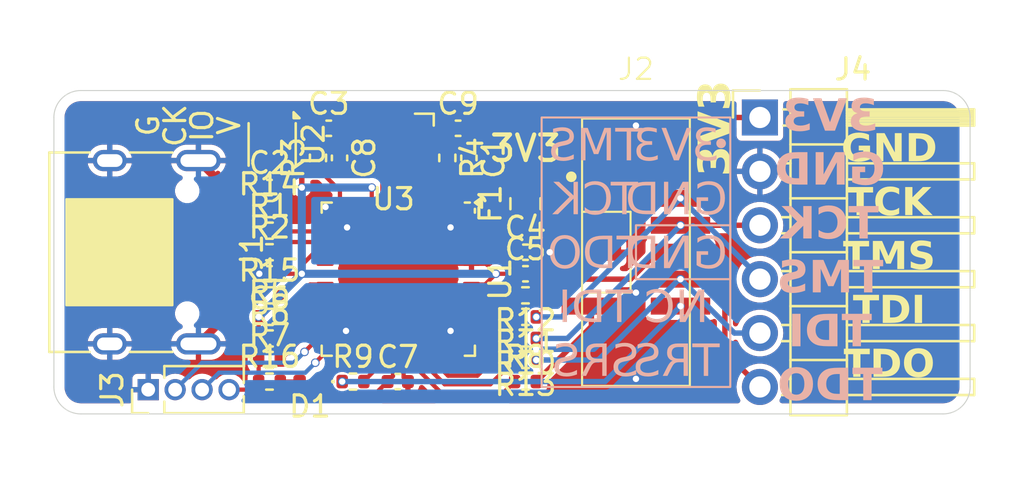
<source format=kicad_pcb>
(kicad_pcb (version 20240108) (generator "pcbnew") (generator_version "8.0")
  (layers (0 "F.Cu" signal) (31 "B.Cu" signal) (34 "B.Paste" user) (35 "F.Paste" user) (36 "B.SilkS" user "B.Silkscreen") (37 "F.SilkS" user "F.Silkscreen") (38 "B.Mask" user) (39 "F.Mask" user) (44 "Edge.Cuts" user))
  (net 0 "")
  (net 1 "Net-(U1-VCL)")
  (net 2 "GND")
  (net 3 "VBUS")
  (net 4 "+3V3")
  (net 5 "/3V3_O")
  (net 6 "/CC2")
  (net 7 "/DNESD")
  (net 8 "/DPESD")
  (net 11 "/CC1")
  (net 12 "Net-(J2-~{RESET})")
  (net 13 "/TCK_O")
  (net 14 "/TDO_O")
  (net 15 "/TMS_O")
  (net 16 "Net-(J2-GNDDetect)")
  (net 17 "/TDI_O")
  (net 18 "/DN")
  (net 19 "/DP")
  (net 20 "Net-(U1-P407)")
  (net 21 "Net-(U1-XCIN)")
  (net 22 "Net-(U1-RES)")
  (net 23 "Net-(U1-P201{slash}MD)")
  (net 24 "Net-(U1-P200)")
  (net 25 "/TRST")
  (net 26 "/SRST")
  (net 27 "/TCK")
  (net 28 "/TMS")
  (net 29 "/TDO")
  (net 30 "/TDI")
  (net 34 "/RXD")
  (net 36 "/SWCLK")
  (net 45 "/SWDIO")
  (net 47 "/EXATL")
  (net 49 "/LED")
  (net 50 "/TXD")
  (net 51 "/XTAL")
  (net 53 "Net-(D1-A)")
  (footprint "Resistor_SMD:R_0402_1005Metric" (layer "F.Cu") (at 116.2292 98.298)
    (property "Reference" "R5" (at 0 -1.17 0) (layer "F.SilkS"))
    (property "Value" "10k")
    (pad "1" smd roundrect (at -0.51 0) (size 0.54 0.64) (layers "F.Cu" "F.Paste" "F.Mask") (net 4 "+3V3"))
    (pad "2" smd roundrect (at 0.51 0) (size 0.54 0.64) (layers "F.Cu" "F.Paste" "F.Mask") (net 22 "Net-(U1-RES)"))
  )
  (footprint "1st_commonly:USB_C_Receptacle_HRO_TYPE-C-31-M-12" (layer "F.Cu") (at 109.7522 95.25 -90)
    (property "Reference" "J1" (at 0 -5.645 90) (layer "F.SilkS"))
    (property "Value" "USB_C_Receptacle_USB2.0_16P")
    (pad "" np_thru_hole circle (at -2.89 -2.6 270) (size 0.5 0.5) (drill 0.65) (layers "F&B.Cu" "*.Mask"))
    (pad "" np_thru_hole circle (at 2.89 -2.6 270) (size 0.5 0.5) (drill 0.65) (layers "F&B.Cu" "*.Mask"))
    (pad "A1" smd rect (at -3.25 -4.045 270) (size 0.6 1.45) (layers "F.Cu" "F.Paste" "F.Mask") (net 2 "GND"))
    (pad "A4" smd rect (at -2.45 -4.045 270) (size 0.6 1.45) (layers "F.Cu" "F.Paste" "F.Mask") (net 3 "VBUS"))
    (pad "A5" smd rect (at -1.25 -4.045 270) (size 0.3 1.45) (layers "F.Cu" "F.Paste" "F.Mask") (net 11 "/CC1"))
    (pad "A6" smd rect (at -0.25 -4.045 270) (size 0.3 1.45) (layers "F.Cu" "F.Paste" "F.Mask") (net 8 "/DPESD"))
    (pad "A7" smd rect (at 0.25 -4.045 270) (size 0.3 1.45) (layers "F.Cu" "F.Paste" "F.Mask") (net 7 "/DNESD"))
    (pad "A8" smd rect (at 1.25 -4.045 270) (size 0.3 1.45) (layers "F.Cu" "F.Paste" "F.Mask"))
    (pad "A9" smd rect (at 2.45 -4.045 270) (size 0.6 1.45) (layers "F.Cu" "F.Paste" "F.Mask") (net 3 "VBUS"))
    (pad "A12" smd rect (at 3.25 -4.045 270) (size 0.6 1.45) (layers "F.Cu" "F.Paste" "F.Mask") (net 2 "GND"))
    (pad "B1" smd rect (at 3.25 -4.045 270) (size 0.6 1.45) (layers "F.Cu" "F.Paste" "F.Mask") (net 2 "GND"))
    (pad "B4" smd rect (at 2.45 -4.045 270) (size 0.6 1.45) (layers "F.Cu" "F.Paste" "F.Mask") (net 3 "VBUS"))
    (pad "B5" smd rect (at 1.75 -4.045 270) (size 0.3 1.45) (layers "F.Cu" "F.Paste" "F.Mask") (net 6 "/CC2"))
    (pad "B6" smd rect (at 0.75 -4.045 270) (size 0.3 1.45) (layers "F.Cu" "F.Paste" "F.Mask") (net 8 "/DPESD"))
    (pad "B7" smd rect (at -0.75 -4.045 270) (size 0.3 1.45) (layers "F.Cu" "F.Paste" "F.Mask") (net 7 "/DNESD"))
    (pad "B8" smd rect (at -1.75 -4.045 270) (size 0.3 1.45) (layers "F.Cu" "F.Paste" "F.Mask"))
    (pad "B9" smd rect (at -2.45 -4.045 270) (size 0.6 1.45) (layers "F.Cu" "F.Paste" "F.Mask") (net 3 "VBUS"))
    (pad "B12" smd rect (at -3.25 -4.045 270) (size 0.6 1.45) (layers "F.Cu" "F.Paste" "F.Mask") (net 2 "GND"))
    (pad "S1" thru_hole oval (at -4.32 -3.13 270) (size 1 2.1) (drill oval 0.6 1.7) (layers "*.Cu" "*.Mask") (net 2 "GND"))
    (pad "S1" thru_hole oval (at -4.32 1.05 270) (size 1 1.6) (drill oval 0.6 1.2) (layers "*.Cu" "*.Mask") (net 2 "GND"))
    (pad "S1" thru_hole oval (at 4.32 -3.13 270) (size 1 2.1) (drill oval 0.6 1.7) (layers "*.Cu" "*.Mask") (net 2 "GND"))
    (pad "S1" thru_hole oval (at 4.32 1.05 270) (size 1 1.6) (drill oval 0.6 1.2) (layers "*.Cu" "*.Mask") (net 2 "GND"))
  )
  (footprint "Connector_PinHeader_1.27mm:PinHeader_1x04_P1.27mm_Vertical" (layer "F.Cu") (at 110.5142 101.727 90)
    (property "Reference" "J3" (at 0 -1.695 90) (layer "F.SilkS"))
    (property "Value" "Conn_01x04")
    (pad "1" thru_hole rect (at 0 0 90) (size 1 1) (drill 0.65) (layers "*.Cu" "*.Mask") (net 2 "GND"))
    (pad "2" thru_hole oval (at 0 1.27 90) (size 1 1) (drill 0.65) (layers "*.Cu" "*.Mask") (net 36 "/SWCLK"))
    (pad "3" thru_hole oval (at 0 2.54 90) (size 1 1) (drill 0.65) (layers "*.Cu" "*.Mask") (net 45 "/SWDIO"))
    (pad "4" thru_hole oval (at 0 3.81 90) (size 1 1) (drill 0.65) (layers "*.Cu" "*.Mask") (net 4 "+3V3"))
  )
  (footprint "Resistor_SMD:R_0402_1005Metric" (layer "F.Cu") (at 116.2292 95.25)
    (property "Reference" "R2" (at 0 -1.17 0) (layer "F.SilkS"))
    (property "Value" "27r")
    (pad "1" smd roundrect (at -0.51 0) (size 0.54 0.64) (layers "F.Cu" "F.Paste" "F.Mask") (net 8 "/DPESD"))
    (pad "2" smd roundrect (at 0.51 0) (size 0.54 0.64) (layers "F.Cu" "F.Paste" "F.Mask") (net 19 "/DP"))
  )
  (footprint "1st_commonly:Oscillator_SMD_13_3.2x2.5mm" (layer "F.Cu") (at 122.0712 90.297 180)
    (property "Reference" "U3" (at 0 -2.45 0) (layer "F.SilkS"))
    (property "Value" "12M")
    (pad "1" smd rect (at -1.05 0.825 180) (size 1.3 1.1) (layers "F.Cu" "F.Paste" "F.Mask") (net 51 "/XTAL"))
    (pad "2" smd rect (at 1.05 0.825 180) (size 1.3 1.1) (layers "F.Cu" "F.Paste" "F.Mask") (net 2 "GND"))
    (pad "3" smd rect (at 1.05 -0.825 180) (size 1.3 1.1) (layers "F.Cu" "F.Paste" "F.Mask") (net 47 "/EXATL"))
    (pad "4" smd rect (at -1.05 -0.825 180) (size 1.3 1.1) (layers "F.Cu" "F.Paste" "F.Mask") (net 2 "GND"))
  )
  (footprint "LED_SMD:LED_0402_1005Metric" (layer "F.Cu") (at 118.1342 101.346 180)
    (property "Reference" "D1" (at 0 -1.17 0) (layer "F.SilkS"))
    (property "Value" "LED")
    (pad "1" smd roundrect (at -0.485 0 180) (size 0.59 0.64) (layers "F.Cu" "F.Paste" "F.Mask") (net 49 "/LED"))
    (pad "2" smd roundrect (at 0.485 0 180) (size 0.59 0.64) (layers "F.Cu" "F.Paste" "F.Mask") (net 53 "Net-(D1-A)"))
  )
  (footprint "Resistor_SMD:R_0402_1005Metric" (layer "F.Cu") (at 116.2292 99.314)
    (property "Reference" "R6" (at 0 -1.17 0) (layer "F.SilkS"))
    (property "Value" "10k")
    (pad "1" smd roundrect (at -0.51 0) (size 0.54 0.64) (layers "F.Cu" "F.Paste" "F.Mask") (net 4 "+3V3"))
    (pad "2" smd roundrect (at 0.51 0) (size 0.54 0.64) (layers "F.Cu" "F.Paste" "F.Mask") (net 23 "Net-(U1-P201{slash}MD)"))
  )
  (footprint "Resistor_SMD:R_0402_1005Metric" (layer "F.Cu") (at 120.1662 101.346)
    (property "Reference" "R9" (at 0 -1.17 0) (layer "F.SilkS"))
    (property "Value" "150r")
    (pad "1" smd roundrect (at -0.51 0) (size 0.54 0.64) (layers "F.Cu" "F.Paste" "F.Mask") (net 12 "Net-(J2-~{RESET})"))
    (pad "2" smd roundrect (at 0.51 0) (size 0.54 0.64) (layers "F.Cu" "F.Paste" "F.Mask") (net 26 "/SRST"))
  )
  (footprint "Resistor_SMD:R_0402_1005Metric" (layer "F.Cu") (at 116.2292 97.282)
    (property "Reference" "R15" (at 0 -1.17 0) (layer "F.SilkS"))
    (property "Value" "5k1")
    (pad "1" smd roundrect (at -0.51 0) (size 0.54 0.64) (layers "F.Cu" "F.Paste" "F.Mask") (net 6 "/CC2"))
    (pad "2" smd roundrect (at 0.51 0) (size 0.54 0.64) (layers "F.Cu" "F.Paste" "F.Mask") (net 2 "GND"))
  )
  (footprint "Resistor_SMD:R_0402_1005Metric" (layer "F.Cu") (at 116.2292 100.33)
    (property "Reference" "R7" (at 0 -1.17 0) (layer "F.SilkS"))
    (property "Value" "10k")
    (pad "1" smd roundrect (at -0.51 0) (size 0.54 0.64) (layers "F.Cu" "F.Paste" "F.Mask") (net 4 "+3V3"))
    (pad "2" smd roundrect (at 0.51 0) (size 0.54 0.64) (layers "F.Cu" "F.Paste" "F.Mask") (net 24 "Net-(U1-P200)"))
  )
  (footprint "Package_SON:WSON-6-1EP_2x2mm_P0.65mm_EP1x1.6mm" (layer "F.Cu") (at 116.3562 90.1715 -90)
    (property "Reference" "U2" (at 0 -1.95 90) (layer "F.SilkS"))
    (property "Value" "TLV75733PDRV")
    (pad "1" smd roundrect (at -0.8875 -0.65 270) (size 0.375 0.4) (layers "F.Cu" "F.Paste" "F.Mask") (net 4 "+3V3"))
    (pad "2" smd roundrect (at -0.8875 0 270) (size 0.375 0.4) (layers "F.Cu" "F.Paste" "F.Mask"))
    (pad "3" smd roundrect (at -0.8875 0.65 270) (size 0.375 0.4) (layers "F.Cu" "F.Paste" "F.Mask") (net 2 "GND"))
    (pad "4" smd roundrect (at 0.8875 0.65 270) (size 0.375 0.4) (layers "F.Cu" "F.Paste" "F.Mask") (net 3 "VBUS"))
    (pad "5" smd roundrect (at 0.8875 0 270) (size 0.375 0.4) (layers "F.Cu" "F.Paste" "F.Mask"))
    (pad "6" smd roundrect (at 0.8875 -0.65 270) (size 0.375 0.4) (layers "F.Cu" "F.Paste" "F.Mask") (net 3 "VBUS"))
    (pad "7" smd rect (at 0 0 270) (size 1 1.6) (property pad_prop_heatsink) (layers "F.Cu" "F.Mask") (net 2 "GND"))
  )
  (footprint "1st_commonly:IDC-Header_02x05_P1.27mm_Vertical_SMD" (layer "F.Cu") (at 133.5012 95.25)
    (property "Reference" "J2" (at 0 -8.628 0) (layer "F.SilkS") (effects (font (thickness 0.1))))
    (property "Value" "Conn_ARM_JTAG_SWD_10")
    (pad "1" smd rect (at -2.1 -2.54) (size 2.8 0.8) (layers "F.Cu" "F.Paste" "F.Mask") (net 5 "/3V3_O"))
    (pad "2" smd rect (at 2.1 -2.54) (size 2.8 0.8) (layers "F.Cu" "F.Paste" "F.Mask") (net 15 "/TMS_O"))
    (pad "3" smd rect (at -2.1 -1.27) (size 2.8 0.8) (layers "F.Cu" "F.Paste" "F.Mask") (net 2 "GND"))
    (pad "4" smd rect (at 2.1 -1.27) (size 2.8 0.8) (layers "F.Cu" "F.Paste" "F.Mask") (net 13 "/TCK_O"))
    (pad "5" smd rect (at -2.1 0) (size 2.8 0.8) (layers "F.Cu" "F.Paste" "F.Mask") (net 2 "GND"))
    (pad "6" smd rect (at 2.1 0) (size 2.8 0.8) (layers "F.Cu" "F.Paste" "F.Mask") (net 14 "/TDO_O"))
    (pad "8" smd rect (at 2.1 1.27) (size 2.8 0.8) (layers "F.Cu" "F.Paste" "F.Mask") (net 17 "/TDI_O"))
    (pad "9" smd rect (at -2.1 2.54) (size 2.8 0.8) (layers "F.Cu" "F.Paste" "F.Mask") (net 16 "Net-(J2-GNDDetect)"))
    (pad "10" smd rect (at 2.1 2.54) (size 2.8 0.8) (layers "F.Cu" "F.Paste" "F.Mask") (net 12 "Net-(J2-~{RESET})"))
  )
  (footprint "Capacitor_SMD:C_0402_1005Metric" (layer "F.Cu") (at 125.1192 89.408)
    (property "Reference" "C9" (at 0 -1.16 0) (layer "F.SilkS"))
    (property "Value" "12p")
    (pad "1" smd roundrect (at -0.48 0) (size 0.56 0.62) (layers "F.Cu" "F.Paste" "F.Mask") (net 51 "/XTAL"))
    (pad "2" smd roundrect (at 0.48 0) (size 0.56 0.62) (layers "F.Cu" "F.Paste" "F.Mask") (net 2 "GND"))
  )
  (footprint "Capacitor_SMD:C_0402_1005Metric" (layer "F.Cu") (at 119.5312 90.805 -90)
    (property "Reference" "C8" (at 0 -1.16 90) (layer "F.SilkS"))
    (property "Value" "12p")
    (pad "1" smd roundrect (at -0.48 0 270) (size 0.56 0.62) (layers "F.Cu" "F.Paste" "F.Mask") (net 2 "GND"))
    (pad "2" smd roundrect (at 0.48 0 270) (size 0.56 0.62) (layers "F.Cu" "F.Paste" "F.Mask") (net 47 "/EXATL"))
  )
  (footprint "Resistor_SMD:R_0402_1005Metric" (layer "F.Cu") (at 116.2292 93.218)
    (property "Reference" "R14" (at 0 -1.17 0) (layer "F.SilkS"))
    (property "Value" "5k1")
    (pad "1" smd roundrect (at -0.51 0) (size 0.54 0.64) (layers "F.Cu" "F.Paste" "F.Mask") (net 11 "/CC1"))
    (pad "2" smd roundrect (at 0.51 0) (size 0.54 0.64) (layers "F.Cu" "F.Paste" "F.Mask") (net 2 "GND"))
  )
  (footprint "Capacitor_SMD:C_0402_1005Metric" (layer "F.Cu") (at 128.2942 95.25)
    (property "Reference" "C4" (at 0 -1.16 0) (layer "F.SilkS"))
    (property "Value" "104")
    (pad "1" smd roundrect (at -0.48 0) (size 0.56 0.62) (layers "F.Cu" "F.Paste" "F.Mask") (net 4 "+3V3"))
    (pad "2" smd roundrect (at 0.48 0) (size 0.56 0.62) (layers "F.Cu" "F.Paste" "F.Mask") (net 2 "GND"))
  )
  (footprint "Package_DFN_QFN:QFN-48-1EP_7x7mm_P0.5mm_EP5.3x5.3mm" (layer "F.Cu") (at 122.3002 96.52 -90)
    (property "Reference" "U1" (at 0 -4.8 90) (layer "F.SilkS"))
    (property "Value" "R7FA4M2AB3CNE")
    (pad "1" smd roundrect (at -3.45 -2.75 270) (size 0.8 0.25) (layers "F.Cu" "F.Paste" "F.Mask"))
    (pad "2" smd roundrect (at -3.45 -2.25 270) (size 0.8 0.25) (layers "F.Cu" "F.Paste" "F.Mask") (net 4 "+3V3"))
    (pad "3" smd roundrect (at -3.45 -1.75 270) (size 0.8 0.25) (layers "F.Cu" "F.Paste" "F.Mask") (net 1 "Net-(U1-VCL)"))
    (pad "4" smd roundrect (at -3.45 -1.25 270) (size 0.8 0.25) (layers "F.Cu" "F.Paste" "F.Mask") (net 21 "Net-(U1-XCIN)"))
    (pad "5" smd roundrect (at -3.45 -0.75 270) (size 0.8 0.25) (layers "F.Cu" "F.Paste" "F.Mask"))
    (pad "6" smd roundrect (at -3.45 -0.25 270) (size 0.8 0.25) (layers "F.Cu" "F.Paste" "F.Mask") (net 2 "GND"))
    (pad "7" smd roundrect (at -3.45 0.25 270) (size 0.8 0.25) (layers "F.Cu" "F.Paste" "F.Mask") (net 51 "/XTAL"))
    (pad "8" smd roundrect (at -3.45 0.75 270) (size 0.8 0.25) (layers "F.Cu" "F.Paste" "F.Mask") (net 47 "/EXATL"))
    (pad "9" smd roundrect (at -3.45 1.25 270) (size 0.8 0.25) (layers "F.Cu" "F.Paste" "F.Mask") (net 4 "+3V3"))
    (pad "10" smd roundrect (at -3.45 1.75 270) (size 0.8 0.25) (layers "F.Cu" "F.Paste" "F.Mask"))
    (pad "11" smd roundrect (at -3.45 2.25 270) (size 0.8 0.25) (layers "F.Cu" "F.Paste" "F.Mask"))
    (pad "12" smd roundrect (at -3.45 2.75 270) (size 0.8 0.25) (layers "F.Cu" "F.Paste" "F.Mask") (net 20 "Net-(U1-P407)"))
    (pad "13" smd roundrect (at -2.75 3.45 270) (size 0.25 0.8) (layers "F.Cu" "F.Paste" "F.Mask") (net 2 "GND"))
    (pad "14" smd roundrect (at -2.25 3.45 270) (size 0.25 0.8) (layers "F.Cu" "F.Paste" "F.Mask") (net 18 "/DN"))
    (pad "15" smd roundrect (at -1.75 3.45 270) (size 0.25 0.8) (layers "F.Cu" "F.Paste" "F.Mask") (net 19 "/DP"))
    (pad "16" smd roundrect (at -1.25 3.45 270) (size 0.25 0.8) (layers "F.Cu" "F.Paste" "F.Mask") (net 4 "+3V3"))
    (pad "17" smd roundrect (at -0.75 3.45 270) (size 0.25 0.8) (layers "F.Cu" "F.Paste" "F.Mask"))
    (pad "18" smd roundrect (at -0.25 3.45 270) (size 0.25 0.8) (layers "F.Cu" "F.Paste" "F.Mask"))
    (pad "19" smd roundrect (at 0.25 3.45 270) (size 0.25 0.8) (layers "F.Cu" "F.Paste" "F.Mask") (net 22 "Net-(U1-RES)"))
    (pad "20" smd roundrect (at 0.75 3.45 270) (size 0.25 0.8) (layers "F.Cu" "F.Paste" "F.Mask") (net 23 "Net-(U1-P201{slash}MD)"))
    (pad "21" smd roundrect (at 1.25 3.45 270) (size 0.25 0.8) (layers "F.Cu" "F.Paste" "F.Mask") (net 24 "Net-(U1-P200)"))
    (pad "22" smd roundrect (at 1.75 3.45 270) (size 0.25 0.8) (layers "F.Cu" "F.Paste" "F.Mask") (net 50 "/TXD"))
    (pad "23" smd roundrect (at 2.25 3.45 270) (size 0.25 0.8) (layers "F.Cu" "F.Paste" "F.Mask") (net 34 "/RXD"))
    (pad "24" smd roundrect (at 2.75 3.45 270) (size 0.25 0.8) (layers "F.Cu" "F.Paste" "F.Mask") (net 36 "/SWCLK"))
    (pad "25" smd roundrect (at 3.45 2.75 270) (size 0.8 0.25) (layers "F.Cu" "F.Paste" "F.Mask") (net 45 "/SWDIO"))
    (pad "26" smd roundrect (at 3.45 2.25 270) (size 0.8 0.25) (layers "F.Cu" "F.Paste" "F.Mask"))
    (pad "27" smd roundrect (at 3.45 1.75 270) (size 0.8 0.25) (layers "F.Cu" "F.Paste" "F.Mask"))
    (pad "28" smd roundrect (at 3.45 1.25 270) (size 0.8 0.25) (layers "F.Cu" "F.Paste" "F.Mask") (net 49 "/LED"))
    (pad "29" smd roundrect (at 3.45 0.75 270) (size 0.8 0.25) (layers "F.Cu" "F.Paste" "F.Mask") (net 26 "/SRST"))
    (pad "30" smd roundrect (at 3.45 0.25 270) (size 0.8 0.25) (layers "F.Cu" "F.Paste" "F.Mask") (net 4 "+3V3"))
    (pad "31" smd roundrect (at 3.45 -0.25 270) (size 0.8 0.25) (layers "F.Cu" "F.Paste" "F.Mask") (net 2 "GND"))
    (pad "32" smd roundrect (at 3.45 -0.75 270) (size 0.8 0.25) (layers "F.Cu" "F.Paste" "F.Mask") (net 25 "/TRST"))
    (pad "33" smd roundrect (at 3.45 -1.25 270) (size 0.8 0.25) (layers "F.Cu" "F.Paste" "F.Mask") (net 30 "/TDI"))
    (pad "34" smd roundrect (at 3.45 -1.75 270) (size 0.8 0.25) (layers "F.Cu" "F.Paste" "F.Mask") (net 27 "/TCK"))
    (pad "35" smd roundrect (at 3.45 -2.25 270) (size 0.8 0.25) (layers "F.Cu" "F.Paste" "F.Mask") (net 28 "/TMS"))
    (pad "36" smd roundrect (at 3.45 -2.75 270) (size 0.8 0.25) (layers "F.Cu" "F.Paste" "F.Mask") (net 29 "/TDO"))
    (pad "37" smd roundrect (at 2.75 -3.45 270) (size 0.25 0.8) (layers "F.Cu" "F.Paste" "F.Mask"))
    (pad "38" smd roundrect (at 2.25 -3.45 270) (size 0.25 0.8) (layers "F.Cu" "F.Paste" "F.Mask"))
    (pad "39" smd roundrect (at 1.75 -3.45 270) (size 0.25 0.8) (layers "F.Cu" "F.Paste" "F.Mask"))
    (pad "40" smd roundrect (at 1.25 -3.45 270) (size 0.25 0.8) (layers "F.Cu" "F.Paste" "F.Mask"))
    (pad "41" smd roundrect (at 0.75 -3.45 270) (size 0.25 0.8) (layers "F.Cu" "F.Paste" "F.Mask") (net 4 "+3V3"))
    (pad "42" smd roundrect (at 0.25 -3.45 270) (size 0.25 0.8) (layers "F.Cu" "F.Paste" "F.Mask") (net 4 "+3V3"))
    (pad "43" smd roundrect (at -0.25 -3.45 270) (size 0.25 0.8) (layers "F.Cu" "F.Paste" "F.Mask") (net 2 "GND"))
    (pad "44" smd roundrect (at -0.75 -3.45 270) (size 0.25 0.8) (layers "F.Cu" "F.Paste" "F.Mask") (net 2 "GND"))
    (pad "45" smd roundrect (at -1.25 -3.45 270) (size 0.25 0.8) (layers "F.Cu" "F.Paste" "F.Mask") (net 4 "+3V3"))
    (pad "46" smd roundrect (at -1.75 -3.45 270) (size 0.25 0.8) (layers "F.Cu" "F.Paste" "F.Mask"))
    (pad "47" smd roundrect (at -2.25 -3.45 270) (size 0.25 0.8) (layers "F.Cu" "F.Paste" "F.Mask"))
    (pad "48" smd roundrect (at -2.75 -3.45 270) (size 0.25 0.8) (layers "F.Cu" "F.Paste" "F.Mask"))
    (pad "49" smd rect (at 0 0 270) (size 5.3 5.3) (property pad_prop_heatsink) (layers "F.Cu" "F.Mask") (net 2 "GND"))
  )
  (footprint "Fuse:Fuse_0805_2012Metric" (layer "F.Cu") (at 128.2942 92.964 90)
    (property "Reference" "F1" (at 0 -1.65 90) (layer "F.SilkS"))
    (property "Value" "Fuse")
    (pad "1" smd roundrect (at -0.9375 0 90) (size 0.975 1.4) (layers "F.Cu" "F.Paste" "F.Mask") (net 4 "+3V3"))
    (pad "2" smd roundrect (at 0.9375 0 90) (size 0.975 1.4) (layers "F.Cu" "F.Paste" "F.Mask") (net 5 "/3V3_O"))
  )
  (footprint "Resistor_SMD:R_0402_1005Metric" (layer "F.Cu") (at 128.2942 98.298 180)
    (property "Reference" "R11" (at 0 -1.17 0) (layer "F.SilkS"))
    (property "Value" "150r")
    (pad "1" smd roundrect (at -0.51 0 180) (size 0.54 0.64) (layers "F.Cu" "F.Paste" "F.Mask") (net 15 "/TMS_O"))
    (pad "2" smd roundrect (at 0.51 0 180) (size 0.54 0.64) (layers "F.Cu" "F.Paste" "F.Mask") (net 28 "/TMS"))
  )
  (footprint "Resistor_SMD:R_0402_1005Metric" (layer "F.Cu") (at 128.2942 99.314 180)
    (property "Reference" "R10" (at 0 -1.17 0) (layer "F.SilkS"))
    (property "Value" "150r")
    (pad "1" smd roundrect (at -0.51 0 180) (size 0.54 0.64) (layers "F.Cu" "F.Paste" "F.Mask") (net 13 "/TCK_O"))
    (pad "2" smd roundrect (at 0.51 0 180) (size 0.54 0.64) (layers "F.Cu" "F.Paste" "F.Mask") (net 27 "/TCK"))
  )
  (footprint "Capacitor_SMD:C_0402_1005Metric" (layer "F.Cu") (at 122.2744 101.346)
    (property "Reference" "C7" (at 0 -1.16 0) (layer "F.SilkS"))
    (property "Value" "104")
    (pad "1" smd roundrect (at -0.48 0) (size 0.56 0.62) (layers "F.Cu" "F.Paste" "F.Mask") (net 4 "+3V3"))
    (pad "2" smd roundrect (at 0.48 0) (size 0.56 0.62) (layers "F.Cu" "F.Paste" "F.Mask") (net 2 "GND"))
  )
  (footprint "Resistor_SMD:R_0402_1005Metric" (layer "F.Cu") (at 116.2292 94.234)
    (property "Reference" "R1" (at 0 -1.17 0) (layer "F.SilkS"))
    (property "Value" "27r")
    (pad "1" smd roundrect (at -0.51 0) (size 0.54 0.64) (layers "F.Cu" "F.Paste" "F.Mask") (net 7 "/DNESD"))
    (pad "2" smd roundrect (at 0.51 0) (size 0.54 0.64) (layers "F.Cu" "F.Paste" "F.Mask") (net 18 "/DN"))
  )
  (footprint "Capacitor_SMD:C_0402_1005Metric" (layer "F.Cu") (at 128.2942 96.266)
    (property "Reference" "C5" (at 0 -1.16 0) (layer "F.SilkS"))
    (property "Value" "104")
    (pad "1" smd roundrect (at -0.48 0) (size 0.56 0.62) (layers "F.Cu" "F.Paste" "F.Mask") (net 4 "+3V3"))
    (pad "2" smd roundrect (at 0.48 0) (size 0.56 0.62) (layers "F.Cu" "F.Paste" "F.Mask") (net 2 "GND"))
  )
  (footprint "Resistor_SMD:R_0402_1005Metric" (layer "F.Cu") (at 128.2942 100.33 180)
    (property "Reference" "R13" (at 0 -1.17 0) (layer "F.SilkS"))
    (property "Value" "150r")
    (pad "1" smd roundrect (at -0.51 0 180) (size 0.54 0.64) (layers "F.Cu" "F.Paste" "F.Mask") (net 17 "/TDI_O"))
    (pad "2" smd roundrect (at 0.51 0 180) (size 0.54 0.64) (layers "F.Cu" "F.Paste" "F.Mask") (net 30 "/TDI"))
  )
  (footprint "Capacitor_SMD:C_0402_1005Metric" (layer "F.Cu") (at 119.0232 89.408)
    (property "Reference" "C3" (at 0 -1.16 0) (layer "F.SilkS"))
    (property "Value" "105")
    (pad "1" smd roundrect (at -0.48 0) (size 0.56 0.62) (layers "F.Cu" "F.Paste" "F.Mask") (net 4 "+3V3"))
    (pad "2" smd roundrect (at 0.48 0) (size 0.56 0.62) (layers "F.Cu" "F.Paste" "F.Mask") (net 2 "GND"))
  )
  (footprint "Resistor_SMD:R_0402_1005Metric" (layer "F.Cu") (at 128.2942 97.282 180)
    (property "Reference" "R12" (at 0 -1.17 0) (layer "F.SilkS"))
    (property "Value" "0r")
    (pad "1" smd roundrect (at -0.51 0 180) (size 0.54 0.64) (layers "F.Cu" "F.Paste" "F.Mask") (net 14 "/TDO_O"))
    (pad "2" smd roundrect (at 0.51 0 180) (size 0.54 0.64) (layers "F.Cu" "F.Paste" "F.Mask") (net 29 "/TDO"))
  )
  (footprint "Resistor_SMD:R_0402_1005Metric" (layer "F.Cu") (at 124.6112 90.805 -90)
    (property "Reference" "R4" (at 0 -1.17 90) (layer "F.SilkS"))
    (property "Value" "10k")
    (pad "1" smd roundrect (at -0.51 0 270) (size 0.54 0.64) (layers "F.Cu" "F.Paste" "F.Mask") (net 2 "GND"))
    (pad "2" smd roundrect (at 0.51 0 270) (size 0.54 0.64) (layers "F.Cu" "F.Paste" "F.Mask") (net 21 "Net-(U1-XCIN)"))
  )
  (footprint "Resistor_SMD:R_0402_1005Metric" (layer "F.Cu") (at 116.2292 101.346)
    (property "Reference" "R16" (at 0 -1.17 0) (layer "F.SilkS"))
    (property "Value" "10k")
    (pad "1" smd roundrect (at -0.51 0) (size 0.54 0.64) (layers "F.Cu" "F.Paste" "F.Mask") (net 4 "+3V3"))
    (pad "2" smd roundrect (at 0.51 0) (size 0.54 0.64) (layers "F.Cu" "F.Paste" "F.Mask") (net 53 "Net-(D1-A)"))
  )
  (footprint "Capacitor_SMD:C_0402_1005Metric" (layer "F.Cu") (at 125.6272 90.805 -90)
    (property "Reference" "C1" (at 0 -1.16 90) (layer "F.SilkS"))
    (property "Value" "104")
    (pad "1" smd roundrect (at -0.48 0 270) (size 0.56 0.62) (layers "F.Cu" "F.Paste" "F.Mask") (net 2 "GND"))
    (pad "2" smd roundrect (at 0.48 0 270) (size 0.56 0.62) (layers "F.Cu" "F.Paste" "F.Mask") (net 1 "Net-(U1-VCL)"))
  )
  (footprint "Resistor_SMD:R_0402_1005Metric" (layer "F.Cu") (at 118.5152 90.805 90)
    (property "Reference" "R3" (at 0 -1.17 90) (layer "F.SilkS"))
    (property "Value" "10k")
    (pad "1" smd roundrect (at -0.51 0 90) (size 0.54 0.64) (layers "F.Cu" "F.Paste" "F.Mask") (net 20 "Net-(U1-P407)"))
    (pad "2" smd roundrect (at 0.51 0 90) (size 0.54 0.64) (layers "F.Cu" "F.Paste" "F.Mask") (net 4 "+3V3"))
  )
  (footprint "Capacitor_SMD:C_0402_1005Metric" (layer "F.Cu") (at 116.2292 92.202)
    (property "Reference" "C2" (at 0 -1.16 0) (layer "F.SilkS"))
    (property "Value" "105")
    (pad "1" smd roundrect (at -0.48 0) (size 0.56 0.62) (layers "F.Cu" "F.Paste" "F.Mask") (net 3 "VBUS"))
    (pad "2" smd roundrect (at 0.48 0) (size 0.56 0.62) (layers "F.Cu" "F.Paste" "F.Mask") (net 2 "GND"))
  )
  (footprint "Resistor_SMD:R_0402_1005Metric" (layer "F.Cu") (at 128.2942 101.346)
    (property "Reference" "R8" (at 0 -1.17 0) (layer "F.SilkS"))
    (property "Value" "150r")
    (pad "1" smd roundrect (at -0.51 0) (size 0.54 0.64) (layers "F.Cu" "F.Paste" "F.Mask") (net 25 "/TRST"))
    (pad "2" smd roundrect (at 0.51 0) (size 0.54 0.64) (layers "F.Cu" "F.Paste" "F.Mask") (net 16 "Net-(J2-GNDDetect)"))
  )
  (footprint "Connector_PinHeader_2.54mm:PinHeader_1x06_P2.54mm_Horizontal" (layer "F.Cu") (at 139.3432 88.9)
    (property "Reference" "J4" (at 4.385 -2.27 0) (layer "F.SilkS"))
    (property "Value" "Conn_01x06")
    (pad "1" thru_hole rect (at 0 0) (size 1.7 1.7) (drill 1) (layers "*.Cu" "*.Mask") (net 5 "/3V3_O"))
    (pad "2" thru_hole oval (at 0 2.54) (size 1.7 1.7) (drill 1) (layers "*.Cu" "*.Mask") (net 2 "GND"))
    (pad "3" thru_hole oval (at 0 5.08) (size 1.7 1.7) (drill 1) (layers "*.Cu" "*.Mask") (net 13 "/TCK_O"))
    (pad "4" thru_hole oval (at 0 7.62) (size 1.7 1.7) (drill 1) (layers "*.Cu" "*.Mask") (net 15 "/TMS_O"))
    (pad "5" thru_hole oval (at 0 10.16) (size 1.7 1.7) (drill 1) (layers "*.Cu" "*.Mask") (net 17 "/TDI_O"))
    (pad "6" thru_hole oval (at 0 12.7) (size 1.7 1.7) (drill 1) (layers "*.Cu" "*.Mask") (net 14 "/TDO_O"))
  )
  (footprint "Capacitor_SMD:C_0402_1005Metric" (layer "F.Cu") (at 116.2292 96.266 180)
    (property "Reference" "C6" (at 0 -1.16 0) (layer "F.SilkS"))
    (property "Value" "104")
    (pad "1" smd roundrect (at -0.48 0 180) (size 0.56 0.62) (layers "F.Cu" "F.Paste" "F.Mask") (net 4 "+3V3"))
    (pad "2" smd roundrect (at 0.48 0 180) (size 0.56 0.62) (layers "F.Cu" "F.Paste" "F.Mask") (net 2 "GND"))
  )
  (gr_rect (start 133.5012 93.98) (end 137.9462 96.52) (stroke (width 0.1)) (fill none) (layer "B.SilkS"))
  (gr_circle (center 137.5144 90.1192) (end 137.6922 90.1192) (stroke (width 0.1)) (fill solid) (layer "B.SilkS"))
  (gr_rect (start 129.0562 88.9) (end 137.9462 101.6) (stroke (width 0.1)) (fill none) (layer "B.SilkS"))
  (gr_rect (start 106.6572 92.75) (end 111.6572 97.75) (stroke (width 0.1)) (fill solid) (layer "F.SilkS"))
  (gr_line (start 147.9792 102.87) (end 107.3392 102.87) (stroke (width 0.05)) (layer "Edge.Cuts"))
  (gr_line (start 106.0692 101.6) (end 106.0692 88.9) (stroke (width 0.05)) (layer "Edge.Cuts"))
  (gr_arc (start 107.3392 102.87) (mid 106.441174 102.498026) (end 106.0692 101.6) (stroke (width 0.05)) (layer "Edge.Cuts"))
  (gr_line (start 149.2492 88.9) (end 149.2492 101.6) (stroke (width 0.05)) (layer "Edge.Cuts"))
  (gr_arc (start 149.2492 101.6) (mid 148.877226 102.498026) (end 147.9792 102.87) (stroke (width 0.05)) (layer "Edge.Cuts"))
  (gr_arc (start 147.9792 87.63) (mid 148.877226 88.001974) (end 149.2492 88.9) (stroke (width 0.05)) (layer "Edge.Cuts"))
  (gr_arc (start 106.0692 88.9) (mid 106.441174 88.001974) (end 107.3392 87.63) (stroke (width 0.05)) (layer "Edge.Cuts"))
  (gr_line (start 107.3392 87.63) (end 147.9792 87.63) (stroke (width 0.05)) (layer "Edge.Cuts"))
  (gr_text "3V3" (at 142.6452 88.9 0) (layer "B.SilkS") (effects (font (size 1.5 1.5) (thickness 0.3) (bold yes)) (justify mirror)))
  (gr_text "SRS" (at 131.5962 100.457 -0) (layer "B.SilkS") (effects (font (size 1.5 1.5) (thickness 0.1)) (justify mirror)))
  (gr_text "GND" (at 142.6452 91.44 0) (layer "B.SilkS") (effects (font (size 1.5 1.5) (thickness 0.3) (bold yes)) (justify mirror)))
  (gr_text "TDO" (at 142.6452 101.6 0) (layer "B.SilkS") (effects (font (size 1.5 1.5) (thickness 0.3) (bold yes)) (justify mirror)))
  (gr_text "TDI" (at 142.6452 99.06 0) (layer "B.SilkS") (effects (font (size 1.5 1.5) (thickness 0.3) (bold yes)) (justify mirror)))
  (gr_text "NC" (at 135.4062 97.917 -0) (layer "B.SilkS") (effects (font (size 1.5 1.5) (thickness 0.1)) (justify mirror)))
  (gr_text "TDI" (at 131.5962 97.917 0) (layer "B.SilkS") (effects (font (size 1.5 1.5) (thickness 0.1)) (justify mirror)))
  (gr_text "GND" (at 135.4062 95.377 -0) (layer "B.SilkS") (effects (font (size 1.5 1.5) (thickness 0.1)) (justify mirror)))
  (gr_text "TCK" (at 131.5962 92.837 -0) (layer "B.SilkS") (effects (font (size 1.5 1.5) (thickness 0.1)) (justify mirror)))
  (gr_text "TMS" (at 142.6452 96.52 0) (layer "B.SilkS") (effects (font (size 1.5 1.5) (thickness 0.3) (bold yes)) (justify mirror)))
  (gr_text "GND" (at 135.4062 92.837 -0) (layer "B.SilkS") (effects (font (size 1.5 1.5) (thickness 0.1)) (justify mirror)))
  (gr_text "3V3" (at 135.4062 90.297 -0) (layer "B.SilkS") (effects (font (size 1.5 1.5) (thickness 0.1)) (justify mirror)))
  (gr_text "TDO" (at 131.5962 95.377 0) (layer "B.SilkS") (effects (font (size 1.5 1.5) (thickness 0.1)) (justify mirror)))
  (gr_text "TRS" (at 135.4062 100.457 0) (layer "B.SilkS") (effects (font (size 1.5 1.5) (thickness 0.1)) (justify mirror)))
  (gr_text "TMS" (at 131.5962 90.297 -0) (layer "B.SilkS") (effects (font (size 1.5 1.5) (thickness 0.1)) (justify mirror)))
  (gr_text "TCK" (at 142.6452 93.98 0) (layer "B.SilkS") (effects (font (size 1.5 1.5) (thickness 0.3) (bold yes)) (justify mirror)))
  (gr_text "TDO" (at 145.4392 100.584 0) (layer "F.SilkS") (effects (font (size 1.3 1.3) (thickness 0.3) (bold yes))))
  (gr_text "3V3" (at 137.3112 89.408 90) (layer "F.SilkS") (effects (font (size 1.5 1.5) (thickness 0.3) (bold yes))))
  (gr_text "IO" (at 113.0542 89.281 90) (layer "F.SilkS") (effects (font (size 1 1))))
  (gr_text "TDI" (at 145.4392 98.044 0) (layer "F.SilkS") (effects (font (size 1.3 1.3) (thickness 0.3) (bold yes))))
  (gr_text "G" (at 110.5142 89.281 90) (layer "F.SilkS") (effects (font (size 1 1))))
  (gr_text "TCK" (at 145.4392 92.964 0) (layer "F.SilkS") (effects (font (size 1.3 1.3) (thickness 0.3) (bold yes))))
  (gr_text "GND" (at 145.4392 90.424 0) (layer "F.SilkS") (effects (font (size 1.3 1.3) (thickness 0.3) (bold yes))))
  (gr_text "3V3" (at 126.5162 91.059 0) (layer "F.SilkS") (effects (font (size 1.2 1.2) (thickness 0.2) (bold yes)) (justify left bottom)))
  (gr_text "V" (at 114.3242 89.281 90) (layer "F.SilkS") (effects (font (size 1 1))))
  (gr_text "CK" (at 111.7842 89.281 90) (layer "F.SilkS") (effects (font (size 1 1))))
  (gr_text "TMS" (at 145.4392 95.504 0) (layer "F.SilkS") (effects (font (size 1.3 1.3) (thickness 0.3) (bold yes))))
  (segment (start 124.9642 91.948) (end 125.6272 91.285) (width 0.2) (layer "F.Cu") (net 1))
  (segment (start 124.0502 92.465732) (end 124.567932 91.948) (width 0.2) (layer "F.Cu") (net 1))
  (segment (start 124.0502 93.07) (end 124.0502 92.465732) (width 0.2) (layer "F.Cu") (net 1))
  (segment (start 124.567932 91.948) (end 124.9642 91.948) (width 0.2) (layer "F.Cu") (net 1))
  (segment (start 119.5032 90.297) (end 119.5032 89.408) (width 0.254) (layer "F.Cu") (net 2))
  (segment (start 128.7742 95.25) (end 129.4372 95.25) (width 0.254) (layer "F.Cu") (net 2))
  (segment (start 122.5502 99.97) (end 122.5502 101.1418) (width 0.2) (layer "F.Cu") (net 2))
  (segment (start 122.5502 91.693) (end 123.1212 91.122) (width 0.2) (layer "F.Cu") (net 2))
  (segment (start 113.7972 98.655) (end 112.8822 99.57) (width 0.381) (layer "F.Cu") (net 2))
  (segment (start 113.7972 98.5) (end 113.7972 98.655) (width 0.381) (layer "F.Cu") (net 2))
  (segment (start 122.5502 101.1418) (end 122.7544 101.346) (width 0.2) (layer "F.Cu") (net 2))
  (segment (start 129.4372 95.25) (end 131.4012 95.25) (width 0.254) (layer "F.Cu") (net 2))
  (segment (start 115.7492 96.266) (end 116.7392 97.256) (width 0.2) (layer "F.Cu") (net 2))
  (segment (start 113.7972 92) (end 113.7972 91.845) (width 0.381) (layer "F.Cu") (net 2))
  (segment (start 113.7972 91.845) (end 112.8822 90.93) (width 0.381) (layer "F.Cu") (net 2))
  (segment (start 122.5502 93.07) (end 122.5502 91.693) (width 0.2) (layer "F.Cu") (net 2))
  (segment (start 119.5032 89.408) (end 120.9572 89.408) (width 0.2) (layer "F.Cu") (net 2))
  (via (at 124.7636 94.0816) (size 0.4) (drill 0.3) (layers "F.Cu" "B.Cu") (net 2))
  (via (at 118.8708 93.1164) (size 0.4) (drill 0.3) (layers "F.Cu" "B.Cu") (net 2))
  (via (at 115.7492 96.266) (size 0.4) (drill 0.3) (layers "F.Cu" "B.Cu") (net 2))
  (via (at 119.8868 94.0816) (size 0.4) (drill 0.3) (layers "F.Cu" "B.Cu") (net 2))
  (via (at 133.5012 101.219) (size 0.4) (drill 0.3) (layers "F.Cu" "B.Cu") (net 2))
  (via (at 133.5012 97.155) (size 0.4) (drill 0.3) (layers "F.Cu" "B.Cu") (net 2))
  (via (at 124.7636 98.9584) (size 0.4) (drill 0.3) (layers "F.Cu" "B.Cu") (net 2))
  (via (at 129.4372 95.25) (size 0.4) (drill 0.3) (layers "F.Cu" "B.Cu") (net 2))
  (via (at 133.5012 89.281) (size 0.4) (drill 0.3) (layers "F.Cu" "B.Cu") (net 2))
  (via (at 119.836 98.9584) (size 0.4) (drill 0.3) (layers "F.Cu" "B.Cu") (net 2))
  (segment (start 117.0062 91.246499) (end 116.685699 91.567) (width 0.2) (layer "F.Cu") (net 3))
  (segment (start 115.7062 91.059) (end 115.7062 91.567) (width 0.254) (layer "F.Cu") (net 3))
  (segment (start 113.7972 92.8) (end 112.99478 92.8) (width 0.381) (layer "F.Cu") (net 3))
  (segment (start 112.2817 93.51308) (end 112.2817 96.98692) (width 0.381) (layer "F.Cu") (net 3))
  (segment (start 115.070288 92.8) (end 115.668288 92.202) (width 0.381) (layer "F.Cu") (net 3))
  (segment (start 116.685699 91.567) (end 115.7062 91.567) (width 0.2) (layer "F.Cu") (net 3))
  (segment (start 112.99478 92.8) (end 112.2817 93.51308) (width 0.381) (layer "F.Cu") (net 3))
  (segment (start 112.2817 96.98692) (end 112.99478 97.7) (width 0.381) (layer "F.Cu") (net 3))
  (segment (start 112.99478 97.7) (end 113.7972 97.7) (width 0.381) (layer "F.Cu") (net 3))
  (segment (start 117.0062 91.059) (end 117.0062 91.246499) (width 0.2) (layer "F.Cu") (net 3))
  (segment (start 115.7062 91.567) (end 115.7062 92.159) (width 0.254) (layer "F.Cu") (net 3))
  (segment (start 113.7972 92.8) (end 115.070288 92.8) (width 0.381) (layer "F.Cu") (net 3))
  (segment (start 125.7502 96.77) (end 126.3932 96.77) (width 0.2) (layer "F.Cu") (net 4))
  (segment (start 115.7192 98.298) (end 115.7192 101.346) (width 0.2) (layer "F.Cu") (net 4))
  (segment (start 125.7502 95.27) (end 127.7942 95.27) (width 0.2) (layer "F.Cu") (net 4))
  (segment (start 122.0502 101.0902) (end 122.0502 99.97) (width 0.2) (layer "F.Cu") (net 4))
  (segment (start 116.3392 101.966) (end 121.1744 101.966) (width 0.2) (layer "F.Cu") (net 4))
  (segment (start 117.7532 95.855307) (end 118.338507 95.27) (width 0.2) (layer "F.Cu") (net 4))
  (segment (start 117.7532 90.297) (end 117.7532 92.202) (width 0.254) (layer "F.Cu") (net 4))
  (segment (start 118.5432 89.408) (end 117.4832 89.408) (width 0.254) (layer "F.Cu") (net 4))
  (segment (start 124.5502 92.655614) (end 124.835814 92.37) (width 0.2) (layer "F.Cu") (net 4))
  (segment (start 115.3382 101.727) (end 115.7192 101.346) (width 0.2) (layer "F.Cu") (net 4))
  (segment (start 118.5152 90.295) (end 117.7552 90.295) (width 0.254) (layer "F.Cu") (net 4))
  (segment (start 127.8142 94.3815) (end 128.2942 93.9015) (width 0.2) (layer "F.Cu") (net 4))
  (segment (start 118.0232 89.408) (end 117.7532 89.678) (width 0.254) (layer "F.Cu") (net 4))
  (segment (start 128.0887 93.9015) (end 126.5572 92.37) (width 0.2) (layer "F.Cu") (net 4))
  (segment (start 126.3932 96.77) (end 126.8972 96.266) (width 0.2) (layer "F.Cu") (net 4))
  (segment (start 117.7532 96.266) (end 116.7092 96.266) (width 0.2) (layer "F.Cu") (net 4))
  (segment (start 126.5572 92.37) (end 124.835814 92.37) (width 0.2) (layer "F.Cu") (net 4))
  (segment (start 117.3592 89.284) (end 117.0062 89.284) (width 0.254) (layer "F.Cu") (net 4))
  (segment (start 121.0502 93.07) (end 121.0502 92.202) (width 0.2) (layer "F.Cu") (net 4))
  (segment (start 118.5432 89.408) (end 118.0232 89.408) (width 0.254) (layer "F.Cu") (net 4))
  (segment (start 114.3242 101.727) (end 115.3382 101.727) (width 0.2) (layer "F.Cu") (net 4))
  (segment (start 118.5432 89.408) (end 118.5432 90.267) (width 0.254) (layer "F.Cu") (net 4))
  (segment (start 124.5502 93.07) (end 124.5502 92.655614) (width 0.2) (layer "F.Cu") (net 4))
  (segment (start 117.4832 89.408) (end 117.3592 89.284) (width 0.254) (layer "F.Cu") (net 4))
  (segment (start 118.338507 95.27) (end 118.8502 95.27) (width 0.2) (layer "F.Cu") (net 4))
  (segment (start 117.7532 89.678) (end 117.7532 89.789) (width 0.254) (layer "F.Cu") (net 4))
  (segment (start 125.7502 97.27) (end 125.7502 96.77) (width 0.2) (layer "F.Cu") (net 4))
  (segment (start 115.7192 101.346) (end 116.3392 101.966) (width 0.2) (layer "F.Cu") (net 4))
  (segment (start 117.7532 89.789) (end 117.7532 90.297) (width 0.254) (layer "F.Cu") (net 4))
  (segment (start 126.8972 96.266) (end 127.8142 96.266) (width 0.2) (layer "F.Cu") (net 4))
  (segment (start 121.1744 101.966) (end 122.0502 101.0902) (width 0.2) (layer "F.Cu") (net 4))
  (segment (start 117.7552 90.295) (end 117.7532 90.297) (width 0.254) (layer "F.Cu") (net 4))
  (segment (start 117.3592 89.284) (end 117.7532 89.678) (width 0.254) (layer "F.Cu") (net 4))
  (segment (start 117.7532 96.266) (end 117.7532 95.855307) (width 0.2) (layer "F.Cu") (net 4))
  (segment (start 127.8142 96.266) (end 127.8142 94.3815) (width 0.2) (layer "F.Cu") (net 4))
  (via (at 115.7192 98.298) (size 0.4) (drill 0.3) (layers "F.Cu" "B.Cu") (net 4))
  (via (at 117.7532 96.266) (size 0.4) (drill 0.3) (layers "F.Cu" "B.Cu") (net 4))
  (via (at 117.7532 92.202) (size 0.4) (drill 0.3) (layers "F.Cu" "B.Cu") (net 4))
  (via (at 121.0502 92.202) (size 0.4) (drill 0.3) (layers "F.Cu" "B.Cu") (net 4))
  (via (at 126.8972 96.266) (size 0.4) (drill 0.3) (layers "F.Cu" "B.Cu") (net 4))
  (segment (start 117.7532 92.202) (end 121.0502 92.202) (width 0.381) (layer "B.Cu") (net 4))
  (segment (start 126.8972 96.266) (end 117.7532 96.266) (width 0.381) (layer "B.Cu") (net 4))
  (segment (start 117.7532 96.266) (end 117.7532 92.202) (width 0.381) (layer "B.Cu") (net 4))
  (segment (start 117.7532 96.266) (end 117.7512 96.266) (width 0.2) (layer "B.Cu") (net 4))
  (segment (start 117.7512 96.266) (end 115.7192 98.298) (width 0.381) (layer "B.Cu") (net 4))
  (segment (start 128.8507 92.71) (end 128.4697 92.329) (width 0.254) (layer "F.Cu") (net 5))
  (segment (start 132.2312 92.71) (end 136.0412 88.9) (width 0.254) (layer "F.Cu") (net 5))
  (segment (start 136.0412 88.9) (end 139.3432 88.9) (width 0.254) (layer "F.Cu") (net 5))
  (segment (start 131.4012 92.71) (end 128.8507 92.71) (width 0.254) (layer "F.Cu") (net 5))
  (segment (start 115.4372 97) (end 115.7192 97.282) (width 0.2) (layer "F.Cu") (net 6))
  (segment (start 113.7972 97) (end 115.4372 97) (width 0.2) (layer "F.Cu") (net 6))
  (segment (start 112.7722 95.45) (end 112.7722 94.55) (width 0.2) (layer "F.Cu") (net 7))
  (segment (start 112.8222 94.5) (end 113.7972 94.5) (width 0.2) (layer "F.Cu") (net 7))
  (segment (start 112.8222 95.5) (end 112.7722 95.45) (width 0.2) (layer "F.Cu") (net 7))
  (segment (start 113.7972 95.5) (end 112.8222 95.5) (width 0.2) (layer "F.Cu") (net 7))
  (segment (start 113.7972 94.5) (end 115.4532 94.5) (width 0.2) (layer "F.Cu") (net 7))
  (segment (start 115.4532 94.5) (end 115.7192 94.234) (width 0.2) (layer "F.Cu") (net 7))
  (segment (start 112.7722 94.55) (end 112.8222 94.5) (width 0.2) (layer "F.Cu") (net 7))
  (segment (start 114.7722 95) (end 113.7972 95) (width 0.2) (layer "F.Cu") (net 8))
  (segment (start 114.8222 95.95) (end 114.8222 95.05) (width 0.2) (layer "F.Cu") (net 8))
  (segment (start 115.4692 95) (end 115.7192 95.25) (width 0.2) (layer "F.Cu") (net 8))
  (segment (start 114.7722 96) (end 114.8222 95.95) (width 0.2) (layer "F.Cu") (net 8))
  (segment (start 113.7972 96) (end 114.7722 96) (width 0.2) (layer "F.Cu") (net 8))
  (segment (start 114.8222 95.05) (end 114.7722 95) (width 0.2) (layer "F.Cu") (net 8))
  (segment (start 113.7972 95) (end 115.4692 95) (width 0.2) (layer "F.Cu") (net 8))
  (segment (start 113.7972 94) (end 114.9372 94) (width 0.2) (layer "F.Cu") (net 11))
  (segment (start 114.9372 94) (end 115.7192 93.218) (width 0.2) (layer "F.Cu") (net 11))
  (via (at 119.6582 101.346) (size 0.4) (drill 0.3) (layers "F.Cu" "B.Cu") (net 12))
  (via (at 135.6012 97.79) (size 0.4) (drill 0.3) (layers "F.Cu" "B.Cu") (net 12))
  (segment (start 132.0452 101.346) (end 119.6582 101.346) (width 0.254) (layer "B.Cu") (net 12))
  (segment (start 135.6012 97.79) (end 132.0452 101.346) (width 0.254) (layer "B.Cu") (net 12))
  (segment (start 135.6012 93.98) (end 139.3432 93.98) (width 0.254) (layer "F.Cu") (net 13))
  (via (at 135.6012 93.98) (size 0.4) (drill 0.3) (layers "F.Cu" "B.Cu") (net 13))
  (via (at 128.8022 99.314) (size 0.4) (drill 0.3) (layers "F.Cu" "B.Cu") (net 13))
  (segment (start 130.2672 99.314) (end 128.8022 99.314) (width 0.254) (layer "B.Cu") (net 13))
  (segment (start 135.6012 93.98) (end 130.2672 99.314) (width 0.254) (layer "B.Cu") (net 13))
  (segment (start 136.7022 95.25) (end 137.6922 96.24) (width 0.254) (layer "F.Cu") (net 14))
  (segment (start 137.6922 99.949) (end 139.3432 101.6) (width 0.254) (layer "F.Cu") (net 14))
  (segment (start 133.2472 96.52) (end 129.5662 96.52) (width 0.254) (layer "F.Cu") (net 14))
  (segment (start 134.5172 95.25) (end 133.2472 96.52) (width 0.254) (layer "F.Cu") (net 14))
  (segment (start 137.6922 96.24) (end 137.6922 99.949) (width 0.254) (layer "F.Cu") (net 14))
  (segment (start 129.5662 96.52) (end 128.8042 97.282) (width 0.254) (layer "F.Cu") (net 14))
  (via (at 135.6012 92.71) (size 0.4) (drill 0.3) (layers "F.Cu" "B.Cu") (net 15))
  (via (at 128.8042 98.298) (size 0.4) (drill 0.3) (layers "F.Cu" "B.Cu") (net 15))
  (segment (start 130.0132 98.298) (end 128.8042 98.298) (width 0.254) (layer "B.Cu") (net 15))
  (segment (start 135.6012 92.71) (end 130.0132 98.298) (width 0.254) (layer "B.Cu") (net 15))
  (segment (start 135.6012 92.71) (end 139.3432 96.452) (width 0.254) (layer "B.Cu") (net 15))
  (segment (start 131.4012 98.749) (end 131.4012 97.79) (width 0.254) (layer "F.Cu") (net 16))
  (segment (start 128.8042 101.346) (end 131.4012 98.749) (width 0.254) (layer "F.Cu") (net 16))
  (via (at 135.6012 96.52) (size 0.4) (drill 0.3) (layers "F.Cu" "B.Cu") (net 17))
  (via (at 128.8022 100.33) (size 0.4) (drill 0.3) (layers "F.Cu" "B.Cu") (net 17))
  (segment (start 131.7232 100.33) (end 128.8022 100.33) (width 0.254) (layer "B.Cu") (net 17))
  (segment (start 135.6012 96.52) (end 135.5332 96.52) (width 0.254) (layer "B.Cu") (net 17))
  (segment (start 139.3432 99.06) (end 138.1412 99.06) (width 0.254) (layer "B.Cu") (net 17))
  (segment (start 138.1412 99.06) (end 135.6012 96.52) (width 0.254) (layer "B.Cu") (net 17))
  (segment (start 135.5332 96.52) (end 131.7232 100.33) (width 0.254) (layer "B.Cu") (net 17))
  (segment (start 116.7752 94.27) (end 118.7482 94.27) (width 0.2) (layer "F.Cu") (net 18))
  (segment (start 116.7392 95.25) (end 117.2192 94.77) (width 0.2) (layer "F.Cu") (net 19))
  (segment (start 117.2192 94.77) (end 118.7482 94.77) (width 0.2) (layer "F.Cu") (net 19))
  (segment (start 119.5502 92.35) (end 119.5502 93.07) (width 0.2) (layer "F.Cu") (net 20))
  (segment (start 118.5152 91.315) (end 119.5502 92.35) (width 0.2) (layer "F.Cu") (net 20))
  (segment (start 123.5502 92.374) (end 124.6092 91.315) (width 0.2) (layer "F.Cu") (net 21))
  (segment (start 123.5502 93.07) (end 123.5502 92.374) (width 0.2) (layer "F.Cu") (net 21))
  (segment (start 118.147767 96.77) (end 118.4942 96.77) (width 0.2) (layer "F.Cu") (net 22))
  (segment (start 116.746767 98.171) (end 118.147767 96.77) (width 0.2) (layer "F.Cu") (net 22))
  (segment (start 117.6262 98.426) (end 116.7392 99.313) (width 0.2) (layer "F.Cu") (net 23))
  (segment (start 118.4942 97.27) (end 118.213453 97.27) (width 0.2) (layer "F.Cu") (net 23))
  (segment (start 117.6262 97.857253) (end 117.6262 98.426) (width 0.2) (layer "F.Cu") (net 23))
  (segment (start 118.213453 97.27) (end 117.6262 97.857253) (width 0.2) (layer "F.Cu") (net 23))
  (segment (start 118.333814 97.77) (end 118.0482 98.055614) (width 0.2) (layer "F.Cu") (net 24))
  (segment (start 118.7482 97.77) (end 118.333814 97.77) (width 0.2) (layer "F.Cu") (net 24))
  (segment (start 118.0482 98.055614) (end 118.0482 99.021) (width 0.2) (layer "F.Cu") (net 24))
  (segment (start 118.0482 99.021) (end 116.7392 100.33) (width 0.2) (layer "F.Cu") (net 24))
  (segment (start 123.0502 100.604686) (end 124.426514 101.981) (width 0.2) (layer "F.Cu") (net 25))
  (segment (start 123.0502 99.97) (end 123.0502 100.604686) (width 0.2) (layer "F.Cu") (net 25))
  (segment (start 127.1492 101.981) (end 127.7842 101.346) (width 0.2) (layer "F.Cu") (net 25))
  (segment (start 124.426514 101.981) (end 127.1492 101.981) (width 0.2) (layer "F.Cu") (net 25))
  (segment (start 121.5502 100.450866) (end 120.6762 101.324866) (width 0.2) (layer "F.Cu") (net 26))
  (segment (start 121.5502 99.97) (end 121.5502 100.450866) (width 0.2) (layer "F.Cu") (net 26))
  (segment (start 126.0282 101.07) (end 124.646886 101.07) (width 0.2) (layer "F.Cu") (net 27))
  (segment (start 124.0502 100.473314) (end 124.0502 99.97) (width 0.2) (layer "F.Cu") (net 27))
  (segment (start 124.646886 101.07) (end 124.0502 100.473314) (width 0.2) (layer "F.Cu") (net 27))
  (segment (start 127.7842 99.314) (end 126.0282 101.07) (width 0.2) (layer "F.Cu") (net 27))
  (segment (start 127.0872 98.868) (end 127.6572 98.298) (width 0.2) (layer "F.Cu") (net 28))
  (segment (start 125.8582 100.67) (end 127.0872 99.441) (width 0.2) (layer "F.Cu") (net 28))
  (segment (start 124.5502 100.384386) (end 124.835814 100.67) (width 0.2) (layer "F.Cu") (net 28))
  (segment (start 124.835814 100.67) (end 125.8582 100.67) (width 0.2) (layer "F.Cu") (net 28))
  (segment (start 127.0872 99.441) (end 127.0872 98.868) (width 0.2) (layer "F.Cu") (net 28))
  (segment (start 124.5502 99.97) (end 124.5502 100.384386) (width 0.2) (layer "F.Cu") (net 28))
  (segment (start 125.0502 99.97) (end 125.964586 99.97) (width 0.2) (layer "F.Cu") (net 29))
  (segment (start 126.6872 99.247386) (end 126.6872 98.252) (width 0.2) (layer "F.Cu") (net 29))
  (segment (start 126.6872 98.252) (end 127.6572 97.282) (width 0.2) (layer "F.Cu") (net 29))
  (segment (start 125.964586 99.97) (end 126.6872 99.247386) (width 0.2) (layer "F.Cu") (net 29))
  (segment (start 123.5502 99.97) (end 123.5502 100.539) (width 0.2) (layer "F.Cu") (net 30))
  (segment (start 126.6412 101.473) (end 127.7842 100.33) (width 0.2) (layer "F.Cu") (net 30))
  (segment (start 124.4842 101.473) (end 126.6412 101.473) (width 0.2) (layer "F.Cu") (net 30))
  (segment (start 123.5502 100.539) (end 124.4842 101.473) (width 0.2) (layer "F.Cu") (net 30))
  (segment (start 118.5592 99.27) (end 117.8802 99.949) (width 0.2) (layer "F.Cu") (net 36))
  (via (at 117.8802 99.949) (size 0.4) (drill 0.3) (layers "F.Cu" "B.Cu") (net 36))
  (segment (start 113.0542 100.457) (end 117.3722 100.457) (width 0.2) (layer "B.Cu") (net 36))
  (segment (start 111.7842 101.727) (end 113.0542 100.457) (width 0.2) (layer "B.Cu") (net 36))
  (segment (start 117.3722 100.457) (end 117.8802 99.949) (width 0.2) (layer "B.Cu") (net 36))
  (segment (start 118.3882 100.457) (end 118.8752 99.97) (width 0.2) (layer "F.Cu") (net 45))
  (segment (start 118.8752 99.97) (end 119.5502 99.97) (width 0.2) (layer "F.Cu") (net 45))
  (via (at 118.3882 100.457) (size 0.4) (drill 0.3) (layers "F.Cu" "B.Cu") (net 45))
  (segment (start 113.8542 100.927) (end 113.0542 101.727) (width 0.2) (layer "B.Cu") (net 45))
  (segment (start 118.3882 100.457) (end 117.9182 100.927) (width 0.2) (layer "B.Cu") (net 45))
  (segment (start 117.9182 100.927) (end 113.8542 100.927) (width 0.2) (layer "B.Cu") (net 45))
  (segment (start 119.6942 91.122) (end 121.0212 91.122) (width 0.2) (layer "F.Cu") (net 47))
  (segment (start 121.5502 91.651) (end 121.5502 93.07) (width 0.2) (layer "F.Cu") (net 47))
  (segment (start 121.0212 91.122) (end 121.5502 91.651) (width 0.2) (layer "F.Cu") (net 47))
  (segment (start 119.2352 100.73) (end 119.355886 100.73) (width 0.2) (layer "F.Cu") (net 49))
  (segment (start 119.359886 100.726) (end 120.708586 100.726) (width 0.2) (layer "F.Cu") (net 49))
  (segment (start 120.708586 100.726) (end 121.0502 100.384386) (width 0.2) (layer "F.Cu") (net 49))
  (segment (start 121.0502 100.384386) (end 121.0502 99.97) (width 0.2) (layer "F.Cu") (net 49))
  (segment (start 118.6192 101.346) (end 119.2352 100.73) (width 0.2) (layer "F.Cu") (net 49))
  (segment (start 119.355886 100.73) (end 119.359886 100.726) (width 0.2) (layer "F.Cu") (net 49))
  (segment (start 123.1212 89.472) (end 122.0502 90.543) (width 0.2) (layer "F.Cu") (net 51))
  (segment (start 122.0502 90.543) (end 122.0502 93.07) (width 0.2) (layer "F.Cu") (net 51))
  (segment (start 124.6392 89.408) (end 123.1852 89.408) (width 0.2) (layer "F.Cu") (net 51))
  (segment (start 117.6492 101.346) (end 116.7392 101.346) (width 0.2) (layer "F.Cu") (net 53))
  (zone (net 2) (net_name "GND") (layers "F&B.Cu") (connect_pads (clearance 0.25)) (min_thickness 0.25) (fill yes (thermal_gap 0.25) (thermal_bridge_width 0.25))
    (polygon (pts (xy 103.5292 85.09) (xy 151.7892 85.09) (xy 151.7892 105.41) (xy 103.5292 105.41)))
  )
)
</source>
